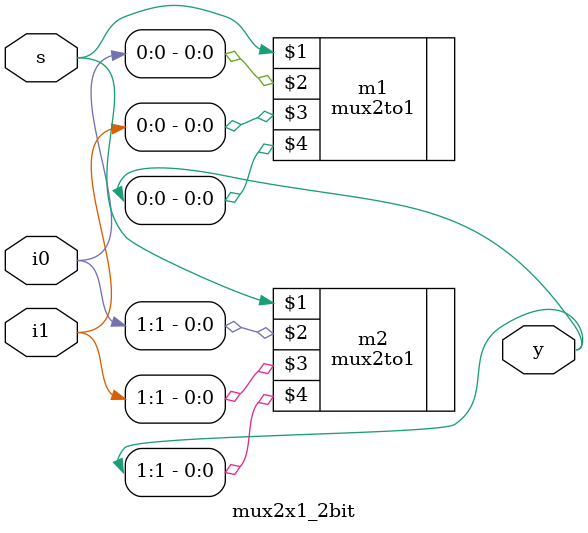
<source format=v>
module mux2x1_2bit (y,s,i1,i0);
	input s;
	input [1:0]i0;
	input [1:0]i1;
	output [1:0]y;
	/*
		mux2x1_2bit z1(.y(),.s(),.i1(),.i0());
		//              2    1    2     2
	*/
	mux2to1 m1(s,i0[0],i1[0],y[0]);
	mux2to1 m2(s,i0[1],i1[1],y[1]);
	
endmodule
</source>
